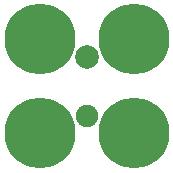
<source format=gbl>
G04 #@! TF.FileFunction,Copper,L2,Bot,Signal*
%FSLAX46Y46*%
G04 Gerber Fmt 4.6, Leading zero omitted, Abs format (unit mm)*
G04 Created by KiCad (PCBNEW 4.0.1-3.201512221402+6198~38~ubuntu14.04.1-stable) date Tue 01 Mar 2016 11:06:45 AM PST*
%MOMM*%
G01*
G04 APERTURE LIST*
%ADD10C,0.100000*%
%ADD11C,2.000000*%
%ADD12C,1.900000*%
%ADD13C,6.000000*%
G04 APERTURE END LIST*
D10*
D11*
X131500000Y-87000000D03*
D12*
X131500000Y-92000000D03*
D13*
X127500000Y-93500000D03*
X127500000Y-85500000D03*
X135500000Y-85500000D03*
X135500000Y-93500000D03*
M02*

</source>
